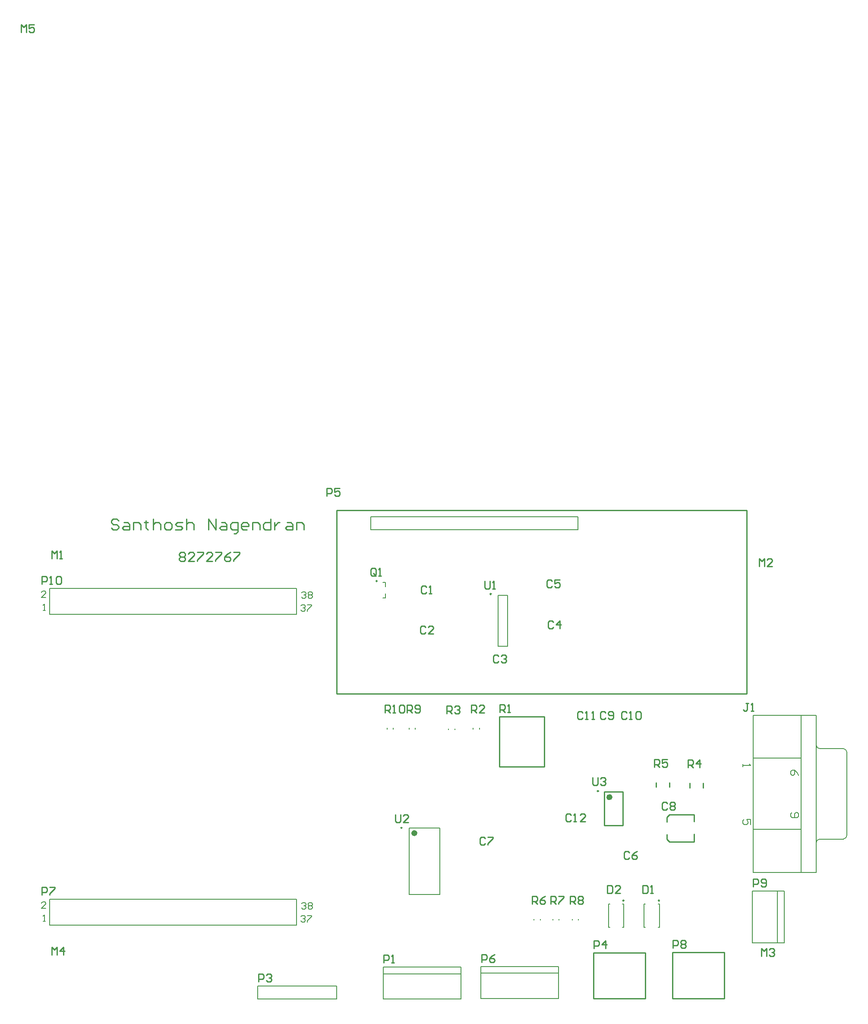
<source format=gto>
G04*
G04 #@! TF.GenerationSoftware,Altium Limited,Altium Designer,18.1.9 (240)*
G04*
G04 Layer_Color=65535*
%FSLAX25Y25*%
%MOIN*%
G70*
G01*
G75*
%ADD10C,0.00984*%
%ADD11C,0.02362*%
%ADD12C,0.00787*%
%ADD13C,0.01000*%
%ADD14C,0.00800*%
%ADD15C,0.00591*%
D10*
X463504Y86114D02*
G03*
X463504Y86114I-492J0D01*
G01*
X443886Y170681D02*
G03*
X443886Y170681I-492J0D01*
G01*
X491004Y86114D02*
G03*
X491004Y86114I-492J0D01*
G01*
X272992Y332827D02*
G03*
X272992Y332827I-492J0D01*
G01*
X292079Y142347D02*
G03*
X292079Y142347I-492J0D01*
G01*
X361043Y322847D02*
G03*
X361043Y322847I-492J0D01*
G01*
D11*
X453441Y165949D02*
G03*
X453441Y165949I-1181J0D01*
G01*
X302807Y138154D02*
G03*
X302807Y138154I-1181J0D01*
G01*
D12*
X612020Y206138D02*
G03*
X614756Y203402I2736J0D01*
G01*
X635622Y200646D02*
G03*
X632886Y203382I-2736J0D01*
G01*
X614756Y133598D02*
G03*
X612020Y130862I0J-2736D01*
G01*
X632886Y133618D02*
G03*
X635622Y136354I0J2736D01*
G01*
X353000Y30000D02*
X413000D01*
X353000Y10500D02*
X413000D01*
X353000D02*
Y35200D01*
X413000D01*
Y10500D02*
Y35200D01*
X268000Y372500D02*
X428000D01*
X268000D02*
Y382500D01*
X275500D01*
X428000D01*
Y372500D02*
Y382500D01*
X451594Y65445D02*
X452579D01*
X451594Y83555D02*
X452579D01*
X462421Y65445D02*
X463406D01*
X462421Y83555D02*
X463406D01*
X451594Y65445D02*
Y83555D01*
X463406Y65445D02*
Y83555D01*
X562600Y53500D02*
X587300D01*
X562600D02*
Y93500D01*
X587300Y53500D02*
Y93500D01*
X562600D02*
X587300D01*
X582000Y53600D02*
Y93500D01*
X394039Y71106D02*
Y71894D01*
X398961Y71106D02*
Y71894D01*
X408539Y71106D02*
Y71894D01*
X413461Y71106D02*
Y71894D01*
X423539Y71106D02*
Y71894D01*
X428461Y71106D02*
Y71894D01*
X297539Y218606D02*
Y219394D01*
X302461Y218606D02*
Y219394D01*
X347039Y218606D02*
Y219394D01*
X351961Y218606D02*
Y219394D01*
X479095Y65445D02*
X480079D01*
X479095Y83555D02*
X480079D01*
X489921Y65445D02*
X490906D01*
X489921Y83555D02*
X490906D01*
X479095Y65445D02*
Y83555D01*
X490906Y65445D02*
Y83555D01*
X280539Y218606D02*
Y219394D01*
X285461Y218606D02*
Y219394D01*
X332961Y218106D02*
Y218894D01*
X328039Y218106D02*
Y218894D01*
X277224Y331646D02*
X279193D01*
Y328496D02*
Y331646D01*
X277224Y319835D02*
X279193D01*
Y322984D01*
X297689Y90909D02*
X321311D01*
X297689Y142091D02*
X321311D01*
Y90909D02*
Y142091D01*
X297689Y90909D02*
Y142091D01*
X337500Y10000D02*
Y34700D01*
X277500D02*
X337500D01*
X277500Y10000D02*
Y34700D01*
Y10000D02*
X337500D01*
X277500Y29500D02*
X337500D01*
X20000Y307000D02*
X210600D01*
X20000Y327000D02*
X210600D01*
X20000Y307000D02*
Y327000D01*
X210600Y307000D02*
Y327000D01*
X20000Y67000D02*
X210600D01*
X20000Y87000D02*
X210600D01*
X20000Y67000D02*
Y87000D01*
X210600Y67000D02*
Y87000D01*
X366457Y282315D02*
Y321685D01*
X373543Y282315D02*
Y321685D01*
X366457D02*
X373543D01*
X366457Y282315D02*
X373543D01*
X600189Y107870D02*
Y229130D01*
X563181Y107870D02*
X612000D01*
X563181Y229130D02*
X612000D01*
X635622Y136354D02*
Y200646D01*
X563181Y107870D02*
Y229130D01*
X563181Y140941D02*
X600189D01*
X612000Y107870D02*
Y229130D01*
X563181Y196059D02*
X600189D01*
X614756Y203402D02*
X632866D01*
X614756Y133598D02*
X632866D01*
X180600Y10000D02*
Y20000D01*
Y10000D02*
X234000D01*
X241500D01*
Y20000D01*
X180600D02*
X241500D01*
D13*
X241504Y387343D02*
X558433D01*
Y245610D02*
Y387343D01*
X241504Y245610D02*
X558433D01*
X241504D02*
Y387343D01*
X501000Y10583D02*
Y45983D01*
X541000D01*
Y10583D02*
Y45983D01*
X501000Y10583D02*
X541000D01*
X496728Y133463D02*
X498624Y131567D01*
X496728Y150537D02*
X498624Y152433D01*
X517594Y147000D02*
Y152433D01*
X498624D02*
X517594D01*
X498624Y131567D02*
X517594D01*
Y137335D01*
X496728Y133463D02*
Y137265D01*
Y146665D02*
Y150537D01*
X448216Y144008D02*
X462783D01*
X448216Y169992D02*
X462783D01*
Y144008D02*
Y169992D01*
X448216Y144008D02*
Y169992D01*
X488382Y173728D02*
Y177272D01*
X498618Y173728D02*
Y177272D01*
X524618Y173224D02*
Y176768D01*
X514382Y173224D02*
Y176768D01*
X367300Y189500D02*
X402000D01*
Y228000D01*
X367300D02*
X402000D01*
X367300Y189500D02*
Y228000D01*
X440000Y10300D02*
Y45700D01*
X480000D01*
Y10300D02*
Y45700D01*
X440000Y10300D02*
X480000D01*
X73165Y379414D02*
X71749Y380830D01*
X68916D01*
X67500Y379414D01*
Y377997D01*
X68916Y376581D01*
X71749D01*
X73165Y375165D01*
Y373749D01*
X71749Y372332D01*
X68916D01*
X67500Y373749D01*
X77413Y377997D02*
X80246D01*
X81662Y376581D01*
Y372332D01*
X77413D01*
X75997Y373749D01*
X77413Y375165D01*
X81662D01*
X84495Y372332D02*
Y377997D01*
X88743D01*
X90159Y376581D01*
Y372332D01*
X94408Y379414D02*
Y377997D01*
X92992D01*
X95824D01*
X94408D01*
Y373749D01*
X95824Y372332D01*
X100073Y380830D02*
Y372332D01*
Y376581D01*
X101489Y377997D01*
X104321D01*
X105738Y376581D01*
Y372332D01*
X109986D02*
X112819D01*
X114235Y373749D01*
Y376581D01*
X112819Y377997D01*
X109986D01*
X108570Y376581D01*
Y373749D01*
X109986Y372332D01*
X117067D02*
X121316D01*
X122732Y373749D01*
X121316Y375165D01*
X118483D01*
X117067Y376581D01*
X118483Y377997D01*
X122732D01*
X125565Y380830D02*
Y372332D01*
Y376581D01*
X126981Y377997D01*
X129813D01*
X131229Y376581D01*
Y372332D01*
X142559D02*
Y380830D01*
X148224Y372332D01*
Y380830D01*
X152472Y377997D02*
X155305D01*
X156721Y376581D01*
Y372332D01*
X152472D01*
X151056Y373749D01*
X152472Y375165D01*
X156721D01*
X162386Y369500D02*
X163802D01*
X165218Y370916D01*
Y377997D01*
X160970D01*
X159554Y376581D01*
Y373749D01*
X160970Y372332D01*
X165218D01*
X172299D02*
X169467D01*
X168051Y373749D01*
Y376581D01*
X169467Y377997D01*
X172299D01*
X173716Y376581D01*
Y375165D01*
X168051D01*
X176548Y372332D02*
Y377997D01*
X180797D01*
X182213Y376581D01*
Y372332D01*
X190710Y380830D02*
Y372332D01*
X186461D01*
X185045Y373749D01*
Y376581D01*
X186461Y377997D01*
X190710D01*
X193543D02*
Y372332D01*
Y375165D01*
X194959Y376581D01*
X196375Y377997D01*
X197791D01*
X203456D02*
X206288D01*
X207705Y376581D01*
Y372332D01*
X203456D01*
X202040Y373749D01*
X203456Y375165D01*
X207705D01*
X210537Y372332D02*
Y377997D01*
X214786D01*
X216202Y376581D01*
Y372332D01*
X120000Y353831D02*
X121166Y354998D01*
X123499D01*
X124665Y353831D01*
Y352665D01*
X123499Y351499D01*
X124665Y350333D01*
Y349166D01*
X123499Y348000D01*
X121166D01*
X120000Y349166D01*
Y350333D01*
X121166Y351499D01*
X120000Y352665D01*
Y353831D01*
X121166Y351499D02*
X123499D01*
X131663Y348000D02*
X126998D01*
X131663Y352665D01*
Y353831D01*
X130497Y354998D01*
X128164D01*
X126998Y353831D01*
X133995Y354998D02*
X138661D01*
Y353831D01*
X133995Y349166D01*
Y348000D01*
X145658D02*
X140993D01*
X145658Y352665D01*
Y353831D01*
X144492Y354998D01*
X142159D01*
X140993Y353831D01*
X147991Y354998D02*
X152656D01*
Y353831D01*
X147991Y349166D01*
Y348000D01*
X159654Y354998D02*
X157321Y353831D01*
X154989Y351499D01*
Y349166D01*
X156155Y348000D01*
X158488D01*
X159654Y349166D01*
Y350333D01*
X158488Y351499D01*
X154989D01*
X161986Y354998D02*
X166652D01*
Y353831D01*
X161986Y349166D01*
Y348000D01*
X353600Y38600D02*
Y44598D01*
X356599D01*
X357599Y43598D01*
Y41599D01*
X356599Y40599D01*
X353600D01*
X363597Y44598D02*
X361597Y43598D01*
X359598Y41599D01*
Y39600D01*
X360598Y38600D01*
X362597D01*
X363597Y39600D01*
Y40599D01*
X362597Y41599D01*
X359598D01*
X439150Y181048D02*
Y176050D01*
X440150Y175050D01*
X442149D01*
X443149Y176050D01*
Y181048D01*
X445148Y180048D02*
X446148Y181048D01*
X448147D01*
X449147Y180048D01*
Y179049D01*
X448147Y178049D01*
X447147D01*
X448147D01*
X449147Y177049D01*
Y176050D01*
X448147Y175050D01*
X446148D01*
X445148Y176050D01*
X286850Y152348D02*
Y147350D01*
X287850Y146350D01*
X289849D01*
X290849Y147350D01*
Y152348D01*
X296847Y146350D02*
X292848D01*
X296847Y150349D01*
Y151348D01*
X295847Y152348D01*
X293848D01*
X292848Y151348D01*
X356050Y332848D02*
Y327850D01*
X357050Y326850D01*
X359049D01*
X360049Y327850D01*
Y332848D01*
X362048Y326850D02*
X364047D01*
X363048D01*
Y332848D01*
X362048Y331848D01*
X279000Y230971D02*
Y236969D01*
X281999D01*
X282999Y235969D01*
Y233970D01*
X281999Y232970D01*
X279000D01*
X280999D02*
X282999Y230971D01*
X284998D02*
X286997D01*
X285998D01*
Y236969D01*
X284998Y235969D01*
X289996D02*
X290996Y236969D01*
X292996D01*
X293995Y235969D01*
Y231971D01*
X292996Y230971D01*
X290996D01*
X289996Y231971D01*
Y235969D01*
X296000Y231000D02*
Y236998D01*
X298999D01*
X299999Y235998D01*
Y233999D01*
X298999Y232999D01*
X296000D01*
X297999D02*
X299999Y231000D01*
X301998Y232000D02*
X302998Y231000D01*
X304997D01*
X305997Y232000D01*
Y235998D01*
X304997Y236998D01*
X302998D01*
X301998Y235998D01*
Y234999D01*
X302998Y233999D01*
X305997D01*
X422000Y83471D02*
Y89469D01*
X424999D01*
X425999Y88469D01*
Y86470D01*
X424999Y85470D01*
X422000D01*
X423999D02*
X425999Y83471D01*
X427998Y88469D02*
X428998Y89469D01*
X430997D01*
X431997Y88469D01*
Y87470D01*
X430997Y86470D01*
X431997Y85470D01*
Y84471D01*
X430997Y83471D01*
X428998D01*
X427998Y84471D01*
Y85470D01*
X428998Y86470D01*
X427998Y87470D01*
Y88469D01*
X428998Y86470D02*
X430997D01*
X407000Y83471D02*
Y89469D01*
X409999D01*
X410999Y88469D01*
Y86470D01*
X409999Y85470D01*
X407000D01*
X408999D02*
X410999Y83471D01*
X412998Y89469D02*
X416997D01*
Y88469D01*
X412998Y84471D01*
Y83471D01*
X392500Y83500D02*
Y89498D01*
X395499D01*
X396499Y88498D01*
Y86499D01*
X395499Y85499D01*
X392500D01*
X394499D02*
X396499Y83500D01*
X402497Y89498D02*
X400497Y88498D01*
X398498Y86499D01*
Y84500D01*
X399498Y83500D01*
X401497D01*
X402497Y84500D01*
Y85499D01*
X401497Y86499D01*
X398498D01*
X486900Y189200D02*
Y195198D01*
X489899D01*
X490899Y194198D01*
Y192199D01*
X489899Y191199D01*
X486900D01*
X488899D02*
X490899Y189200D01*
X496897Y195198D02*
X492898D01*
Y192199D01*
X494897Y193199D01*
X495897D01*
X496897Y192199D01*
Y190200D01*
X495897Y189200D01*
X493898D01*
X492898Y190200D01*
X512900Y188696D02*
Y194694D01*
X515899D01*
X516899Y193694D01*
Y191695D01*
X515899Y190695D01*
X512900D01*
X514899D02*
X516899Y188696D01*
X521897D02*
Y194694D01*
X518898Y191695D01*
X522897D01*
X326500Y230500D02*
Y236498D01*
X329499D01*
X330499Y235498D01*
Y233499D01*
X329499Y232499D01*
X326500D01*
X328499D02*
X330499Y230500D01*
X332498Y235498D02*
X333498Y236498D01*
X335497D01*
X336497Y235498D01*
Y234499D01*
X335497Y233499D01*
X334497D01*
X335497D01*
X336497Y232499D01*
Y231500D01*
X335497Y230500D01*
X333498D01*
X332498Y231500D01*
X345500Y231000D02*
Y236998D01*
X348499D01*
X349499Y235998D01*
Y233999D01*
X348499Y232999D01*
X345500D01*
X347499D02*
X349499Y231000D01*
X355497D02*
X351498D01*
X355497Y234999D01*
Y235998D01*
X354497Y236998D01*
X352498D01*
X351498Y235998D01*
X367750Y231550D02*
Y237548D01*
X370749D01*
X371749Y236548D01*
Y234549D01*
X370749Y233549D01*
X367750D01*
X369749D02*
X371749Y231550D01*
X373748D02*
X375747D01*
X374748D01*
Y237548D01*
X373748Y236548D01*
X272086Y337790D02*
Y341789D01*
X271086Y342788D01*
X269087D01*
X268087Y341789D01*
Y337790D01*
X269087Y336790D01*
X271086D01*
X270086Y338790D02*
X272086Y336790D01*
X271086D02*
X272086Y337790D01*
X274085Y336790D02*
X276084D01*
X275085D01*
Y342788D01*
X274085Y341789D01*
X13900Y330400D02*
Y336398D01*
X16899D01*
X17899Y335398D01*
Y333399D01*
X16899Y332399D01*
X13900D01*
X19898Y330400D02*
X21897D01*
X20898D01*
Y336398D01*
X19898Y335398D01*
X24896D02*
X25896Y336398D01*
X27896D01*
X28895Y335398D01*
Y331400D01*
X27896Y330400D01*
X25896D01*
X24896Y331400D01*
Y335398D01*
X563200Y96900D02*
Y102898D01*
X566199D01*
X567199Y101898D01*
Y99899D01*
X566199Y98899D01*
X563200D01*
X569198Y97900D02*
X570198Y96900D01*
X572197D01*
X573197Y97900D01*
Y101898D01*
X572197Y102898D01*
X570198D01*
X569198Y101898D01*
Y100899D01*
X570198Y99899D01*
X573197D01*
X501150Y49533D02*
Y55531D01*
X504149D01*
X505149Y54532D01*
Y52532D01*
X504149Y51533D01*
X501150D01*
X507148Y54532D02*
X508148Y55531D01*
X510147D01*
X511147Y54532D01*
Y53532D01*
X510147Y52532D01*
X511147Y51533D01*
Y50533D01*
X510147Y49533D01*
X508148D01*
X507148Y50533D01*
Y51533D01*
X508148Y52532D01*
X507148Y53532D01*
Y54532D01*
X508148Y52532D02*
X510147D01*
X13900Y90400D02*
Y96398D01*
X16899D01*
X17899Y95398D01*
Y93399D01*
X16899Y92399D01*
X13900D01*
X19898Y96398D02*
X23897D01*
Y95398D01*
X19898Y91400D01*
Y90400D01*
X234100Y398600D02*
Y404598D01*
X237099D01*
X238099Y403598D01*
Y401599D01*
X237099Y400599D01*
X234100D01*
X244097Y404598D02*
X240098D01*
Y401599D01*
X242097Y402599D01*
X243097D01*
X244097Y401599D01*
Y399600D01*
X243097Y398600D01*
X241098D01*
X240098Y399600D01*
X440150Y49250D02*
Y55248D01*
X443149D01*
X444149Y54248D01*
Y52249D01*
X443149Y51249D01*
X440150D01*
X449147Y49250D02*
Y55248D01*
X446148Y52249D01*
X450147D01*
X181200Y23400D02*
Y29398D01*
X184199D01*
X185199Y28398D01*
Y26399D01*
X184199Y25399D01*
X181200D01*
X187198Y28398D02*
X188198Y29398D01*
X190197D01*
X191197Y28398D01*
Y27399D01*
X190197Y26399D01*
X189197D01*
X190197D01*
X191197Y25399D01*
Y24400D01*
X190197Y23400D01*
X188198D01*
X187198Y24400D01*
X278100Y38100D02*
Y44098D01*
X281099D01*
X282099Y43098D01*
Y41099D01*
X281099Y40099D01*
X278100D01*
X284098Y38100D02*
X286097D01*
X285098D01*
Y44098D01*
X284098Y43098D01*
X559799Y238498D02*
X557799D01*
X558799D01*
Y233500D01*
X557799Y232500D01*
X556800D01*
X555800Y233500D01*
X561798Y232500D02*
X563797D01*
X562798D01*
Y238498D01*
X561798Y237498D01*
X450500Y97798D02*
Y91800D01*
X453499D01*
X454499Y92800D01*
Y96798D01*
X453499Y97798D01*
X450500D01*
X460497Y91800D02*
X456498D01*
X460497Y95799D01*
Y96798D01*
X459497Y97798D01*
X457498D01*
X456498Y96798D01*
X478000Y97798D02*
Y91800D01*
X480999D01*
X481999Y92800D01*
Y96798D01*
X480999Y97798D01*
X478000D01*
X483998Y91800D02*
X485997D01*
X484998D01*
Y97798D01*
X483998Y96798D01*
X422799Y151998D02*
X421799Y152998D01*
X419800D01*
X418800Y151998D01*
Y148000D01*
X419800Y147000D01*
X421799D01*
X422799Y148000D01*
X424798Y147000D02*
X426797D01*
X425798D01*
Y152998D01*
X424798Y151998D01*
X433795Y147000D02*
X429796D01*
X433795Y150999D01*
Y151998D01*
X432795Y152998D01*
X430796D01*
X429796Y151998D01*
X431799Y230998D02*
X430799Y231998D01*
X428800D01*
X427800Y230998D01*
Y227000D01*
X428800Y226000D01*
X430799D01*
X431799Y227000D01*
X433798Y226000D02*
X435797D01*
X434798D01*
Y231998D01*
X433798Y230998D01*
X438796Y226000D02*
X440796D01*
X439796D01*
Y231998D01*
X438796Y230998D01*
X465799D02*
X464799Y231998D01*
X462800D01*
X461800Y230998D01*
Y227000D01*
X462800Y226000D01*
X464799D01*
X465799Y227000D01*
X467798Y226000D02*
X469797D01*
X468798D01*
Y231998D01*
X467798Y230998D01*
X472796D02*
X473796Y231998D01*
X475796D01*
X476795Y230998D01*
Y227000D01*
X475796Y226000D01*
X473796D01*
X472796Y227000D01*
Y230998D01*
X449299Y230960D02*
X448299Y231960D01*
X446300D01*
X445300Y230960D01*
Y226961D01*
X446300Y225961D01*
X448299D01*
X449299Y226961D01*
X451298D02*
X452298Y225961D01*
X454297D01*
X455297Y226961D01*
Y230960D01*
X454297Y231960D01*
X452298D01*
X451298Y230960D01*
Y229960D01*
X452298Y228960D01*
X455297D01*
X497110Y160948D02*
X496110Y161948D01*
X494111D01*
X493111Y160948D01*
Y156950D01*
X494111Y155950D01*
X496110D01*
X497110Y156950D01*
X499110Y160948D02*
X500109Y161948D01*
X502108D01*
X503108Y160948D01*
Y159949D01*
X502108Y158949D01*
X503108Y157949D01*
Y156950D01*
X502108Y155950D01*
X500109D01*
X499110Y156950D01*
Y157949D01*
X500109Y158949D01*
X499110Y159949D01*
Y160948D01*
X500109Y158949D02*
X502108D01*
X356299Y134121D02*
X355299Y135121D01*
X353300D01*
X352300Y134121D01*
Y130122D01*
X353300Y129123D01*
X355299D01*
X356299Y130122D01*
X358298Y135121D02*
X362297D01*
Y134121D01*
X358298Y130122D01*
Y129123D01*
X467549Y123248D02*
X466549Y124248D01*
X464550D01*
X463550Y123248D01*
Y119250D01*
X464550Y118250D01*
X466549D01*
X467549Y119250D01*
X473547Y124248D02*
X471547Y123248D01*
X469548Y121249D01*
Y119250D01*
X470548Y118250D01*
X472547D01*
X473547Y119250D01*
Y120249D01*
X472547Y121249D01*
X469548D01*
X408049Y332748D02*
X407049Y333748D01*
X405050D01*
X404050Y332748D01*
Y328750D01*
X405050Y327750D01*
X407049D01*
X408049Y328750D01*
X414047Y333748D02*
X410048D01*
Y330749D01*
X412047Y331749D01*
X413047D01*
X414047Y330749D01*
Y328750D01*
X413047Y327750D01*
X411048D01*
X410048Y328750D01*
X409049Y301248D02*
X408049Y302248D01*
X406050D01*
X405050Y301248D01*
Y297250D01*
X406050Y296250D01*
X408049D01*
X409049Y297250D01*
X414047Y296250D02*
Y302248D01*
X411048Y299249D01*
X415047D01*
X366549Y274748D02*
X365549Y275748D01*
X363550D01*
X362550Y274748D01*
Y270750D01*
X363550Y269750D01*
X365549D01*
X366549Y270750D01*
X368548Y274748D02*
X369548Y275748D01*
X371547D01*
X372547Y274748D01*
Y273749D01*
X371547Y272749D01*
X370547D01*
X371547D01*
X372547Y271749D01*
Y270750D01*
X371547Y269750D01*
X369548D01*
X368548Y270750D01*
X310387Y297248D02*
X309388Y298248D01*
X307388D01*
X306389Y297248D01*
Y293250D01*
X307388Y292250D01*
X309388D01*
X310387Y293250D01*
X316385Y292250D02*
X312387D01*
X316385Y296249D01*
Y297248D01*
X315386Y298248D01*
X313386D01*
X312387Y297248D01*
X311049Y328248D02*
X310049Y329248D01*
X308050D01*
X307050Y328248D01*
Y324250D01*
X308050Y323250D01*
X310049D01*
X311049Y324250D01*
X313048Y323250D02*
X315047D01*
X314048D01*
Y329248D01*
X313048Y328248D01*
X-1900Y756300D02*
Y762298D01*
X99Y760299D01*
X2099Y762298D01*
Y756300D01*
X8097Y762298D02*
X4098D01*
Y759299D01*
X6097Y760299D01*
X7097D01*
X8097Y759299D01*
Y757300D01*
X7097Y756300D01*
X5098D01*
X4098Y757300D01*
X21500Y350000D02*
Y355998D01*
X23499Y353999D01*
X25499Y355998D01*
Y350000D01*
X27498D02*
X29497D01*
X28498D01*
Y355998D01*
X27498Y354998D01*
X568000Y344000D02*
Y349998D01*
X569999Y347999D01*
X571999Y349998D01*
Y344000D01*
X577997D02*
X573998D01*
X577997Y347999D01*
Y348998D01*
X576997Y349998D01*
X574998D01*
X573998Y348998D01*
X569500Y43000D02*
Y48998D01*
X571499Y46999D01*
X573499Y48998D01*
Y43000D01*
X575498Y47998D02*
X576498Y48998D01*
X578497D01*
X579497Y47998D01*
Y46999D01*
X578497Y45999D01*
X577497D01*
X578497D01*
X579497Y44999D01*
Y44000D01*
X578497Y43000D01*
X576498D01*
X575498Y44000D01*
X21500Y44000D02*
Y49998D01*
X23499Y47999D01*
X25499Y49998D01*
Y44000D01*
X30497D02*
Y49998D01*
X27498Y46999D01*
X31497D01*
D14*
X214500Y323665D02*
X215333Y324498D01*
X216999D01*
X217832Y323665D01*
Y322832D01*
X216999Y321999D01*
X216166D01*
X216999D01*
X217832Y321166D01*
Y320333D01*
X216999Y319500D01*
X215333D01*
X214500Y320333D01*
X219498Y323665D02*
X220331Y324498D01*
X221998D01*
X222831Y323665D01*
Y322832D01*
X221998Y321999D01*
X222831Y321166D01*
Y320333D01*
X221998Y319500D01*
X220331D01*
X219498Y320333D01*
Y321166D01*
X220331Y321999D01*
X219498Y322832D01*
Y323665D01*
X220331Y321999D02*
X221998D01*
X214100Y313765D02*
X214933Y314598D01*
X216599D01*
X217432Y313765D01*
Y312932D01*
X216599Y312099D01*
X215766D01*
X216599D01*
X217432Y311266D01*
Y310433D01*
X216599Y309600D01*
X214933D01*
X214100Y310433D01*
X219098Y314598D02*
X222431D01*
Y313765D01*
X219098Y310433D01*
Y309600D01*
X15000Y310000D02*
X16666D01*
X15833D01*
Y314998D01*
X15000Y314165D01*
X17032Y320100D02*
X13700D01*
X17032Y323432D01*
Y324265D01*
X16199Y325098D01*
X14533D01*
X13700Y324265D01*
X214500Y83665D02*
X215333Y84498D01*
X216999D01*
X217832Y83665D01*
Y82832D01*
X216999Y81999D01*
X216166D01*
X216999D01*
X217832Y81166D01*
Y80333D01*
X216999Y79500D01*
X215333D01*
X214500Y80333D01*
X219498Y83665D02*
X220331Y84498D01*
X221998D01*
X222831Y83665D01*
Y82832D01*
X221998Y81999D01*
X222831Y81166D01*
Y80333D01*
X221998Y79500D01*
X220331D01*
X219498Y80333D01*
Y81166D01*
X220331Y81999D01*
X219498Y82832D01*
Y83665D01*
X220331Y81999D02*
X221998D01*
X214100Y73765D02*
X214933Y74598D01*
X216599D01*
X217432Y73765D01*
Y72932D01*
X216599Y72099D01*
X215766D01*
X216599D01*
X217432Y71266D01*
Y70433D01*
X216599Y69600D01*
X214933D01*
X214100Y70433D01*
X219098Y74598D02*
X222431D01*
Y73765D01*
X219098Y70433D01*
Y69600D01*
X15000Y70000D02*
X16666D01*
X15833D01*
Y74998D01*
X15000Y74165D01*
X17032Y80100D02*
X13700D01*
X17032Y83432D01*
Y84265D01*
X16199Y85098D01*
X14533D01*
X13700Y84265D01*
D15*
X555406Y191295D02*
Y189327D01*
Y190311D01*
X561309D01*
X560325Y191295D01*
X561309Y144722D02*
Y148658D01*
X558357D01*
X559341Y146690D01*
Y145706D01*
X558357Y144722D01*
X556390D01*
X555406Y145706D01*
Y147674D01*
X556390Y148658D01*
X593397Y154110D02*
X592413Y153126D01*
Y151158D01*
X593397Y150174D01*
X597333D01*
X598317Y151158D01*
Y153126D01*
X597333Y154110D01*
X596349D01*
X595365Y153126D01*
Y150174D01*
X598317Y182891D02*
X597333Y184859D01*
X595365Y186827D01*
X593397D01*
X592413Y185843D01*
Y183875D01*
X593397Y182891D01*
X594381D01*
X595365Y183875D01*
Y186827D01*
M02*

</source>
